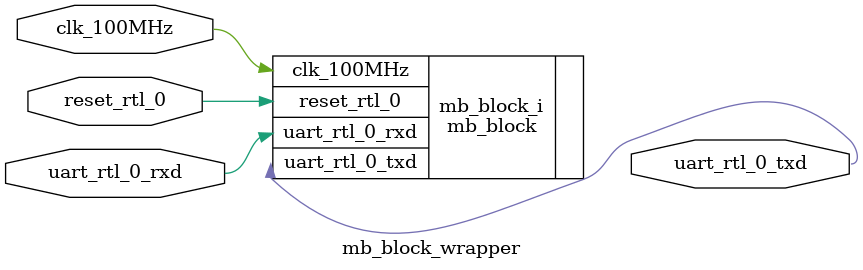
<source format=v>
`timescale 1 ps / 1 ps

module mb_block_wrapper
   (clk_100MHz,
    reset_rtl_0,
    uart_rtl_0_rxd,
    uart_rtl_0_txd);
  input clk_100MHz;
  input reset_rtl_0;
  input uart_rtl_0_rxd;
  output uart_rtl_0_txd;

  wire clk_100MHz;
  wire reset_rtl_0;
  wire uart_rtl_0_rxd;
  wire uart_rtl_0_txd;

  mb_block mb_block_i
       (.clk_100MHz(clk_100MHz),
        .reset_rtl_0(reset_rtl_0),
        .uart_rtl_0_rxd(uart_rtl_0_rxd),
        .uart_rtl_0_txd(uart_rtl_0_txd));
endmodule

</source>
